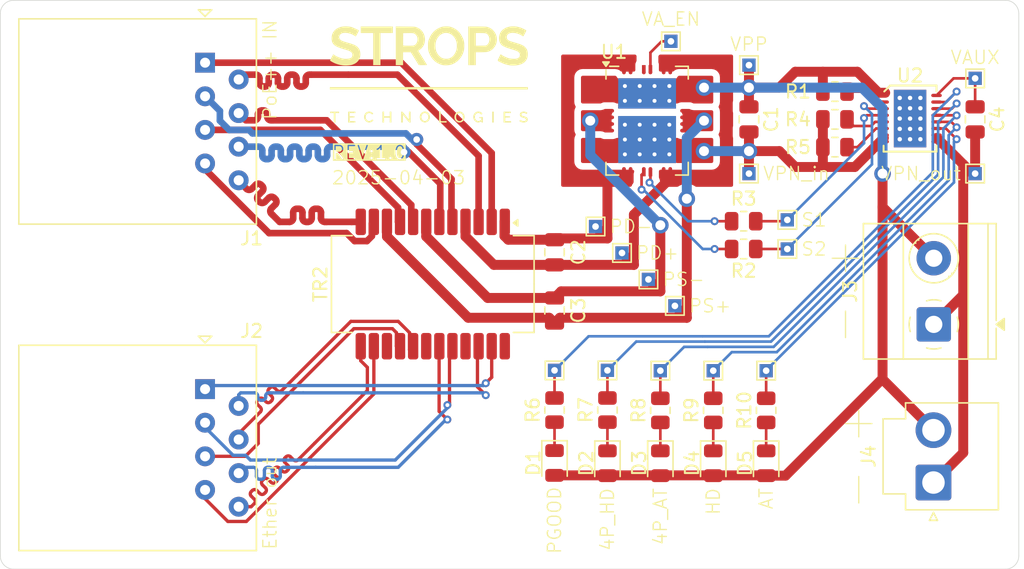
<source format=kicad_pcb>
(kicad_pcb (version 20241229) (generator "pcbnew") (generator_version "9.0")
  (layers (0 "F.Cu" signal) (2 "B.Cu" signal) (13 "F.Paste" user) (15 "B.Paste" user) (5 "F.SilkS" user "F.Silkscreen") (7 "B.SilkS" user "B.Silkscreen") (1 "F.Mask" user) (3 "B.Mask" user) (25 "Edge.Cuts" user))
  (net 0 "")
  (net 1 "/VPP")
  (net 2 "/PD+")
  (net 3 "/PD-")
  (net 4 "/PS+")
  (net 5 "/PS-")
  (net 6 "Net-(U2-VAUX)")
  (net 7 "Net-(D1-K)")
  (net 8 "Net-(D2-K)")
  (net 9 "Net-(D3-K)")
  (net 10 "Net-(D4-K)")
  (net 11 "Net-(D5-K)")
  (net 12 "Net-(U2-RDET)")
  (net 13 "/SUPP_S1")
  (net 14 "Net-(U1-SUPP_SA)")
  (net 15 "Net-(U1-SUPP_SB)")
  (net 16 "/SUPP_S2")
  (net 17 "Net-(U2-RREF)")
  (net 18 "Net-(U2-RCLS)")
  (net 19 "/PGOOD")
  (net 20 "/4P_HD")
  (net 21 "/4P_AT")
  (net 22 "/HD")
  (net 23 "/AT")
  (net 24 "/WA_EN")
  (net 31 "/VPN_out")
  (net 32 "/IN_DC-")
  (net 33 "/IN_DA+")
  (net 34 "/IN_DD-")
  (net 35 "/IN_DA-")
  (net 36 "/IN_DD+")
  (net 37 "/IN_DB-")
  (net 38 "/IN_DC+")
  (net 39 "/IN_DB+")
  (net 40 "/OUT_DA-")
  (net 41 "/OUT_DD-")
  (net 42 "/OUT_DB+")
  (net 43 "/OUT_DC+")
  (net 44 "/OUT_DC-")
  (net 45 "/OUT_DB-")
  (net 46 "/OUT_DD+")
  (net 47 "/OUT_DA+")
  (net 48 "/VPN_in")
  (footprint "Capacitor_SMD:C_0805_2012Metric" (layer "F.Cu") (at 116.6 59 -90)
    (property "Reference" "C1")
    (property "Value" "100nF, 100V")
  )
  (footprint "TestPoint:TestPoint_THTPad_1.0x1.0mm_Drill0.5mm" (layer "F.Cu") (at 105.9 77.9775 90)
    (property "Reference" "TP11" (hide yes))
    (property "Value" "4P_HD")
  )
  (footprint "Resistor_SMD:R_0805_2012Metric" (layer "F.Cu") (at 123.1 59 180)
    (property "Reference" "R4")
    (property "Value" "60K4, 1%")
  )
  (footprint "Connector_JST:JST_VH_B2P-VH-B_1x02_P3.96mm_Vertical" (layer "F.Cu") (at 130.55 86.4575 90)
    (property "Reference" "J4")
    (property "Value" "Conn_01x02_Pin")
  )
  (footprint "Transformer_SMD:Transformer_Ethernet_YDS_30F-51NL_SO-24_7.1x15.1mm" (layer "F.Cu") (at 92.695 71.45 -90)
    (property "Reference" "TR2")
    (property "Value" "30F-51NL")
  )
  (footprint "Resistor_SMD:R_0805_2012Metric" (layer "F.Cu") (at 105.9 80.9775 90)
    (property "Reference" "R7")
    (property "Value" "4K7, 0.5W")
  )
  (footprint "Capacitor_SMD:C_0805_2012Metric" (layer "F.Cu") (at 133.7 59 -90)
    (property "Reference" "C4")
    (property "Value" "1uF")
  )
  (footprint "LED_SMD:LED_0805_2012Metric" (layer "F.Cu") (at 109.9 85 -90)
    (property "Reference" "D3")
    (property "Value" "LED")
  )
  (footprint "TestPoint:TestPoint_THTPad_1.0x1.0mm_Drill0.5mm" (layer "F.Cu") (at 109.9 78 90)
    (property "Reference" "TP12" (hide yes))
    (property "Value" "4P_AT")
  )
  (footprint "Package_DFN_QFN:Microsemi_QFN-40-32-2EP_6x8mm_P0.5mm" (layer "F.Cu") (at 108.9 59.1)
    (property "Reference" "U1")
    (property "Value" "PD70224")
  )
  (footprint "Connector_RJ:RJ45_Amphenol_54602-x08_Horizontal" (layer "F.Cu") (at 75.48 54.715 -90)
    (property "Reference" "J1")
    (property "Value" "8P8C")
  )
  (footprint "LED_SMD:LED_0805_2012Metric" (layer "F.Cu") (at 113.9 85 -90)
    (property "Reference" "D4")
    (property "Value" "LED")
  )
  (footprint "Resistor_SMD:R_0805_2012Metric" (layer "F.Cu") (at 116.2 68.8 180)
    (property "Reference" "R2")
    (property "Value" "10K")
  )
  (footprint "LED_SMD:LED_0805_2012Metric" (layer "F.Cu") (at 105.9 85 -90)
    (property "Reference" "D2")
    (property "Value" "LED")
  )
  (footprint "TestPoint:TestPoint_THTPad_1.0x1.0mm_Drill0.5mm" (layer "F.Cu") (at 101.9 77.9775 90)
    (property "Reference" "TP10" (hide yes))
    (property "Value" "PGOOD")
  )
  (footprint "Connector_RJ:RJ45_Amphenol_54602-x08_Horizontal" (layer "F.Cu") (at 75.48 79.395 -90)
    (property "Reference" "J2")
    (property "Value" "8P8C")
  )
  (footprint "Resistor_SMD:R_0805_2012Metric" (layer "F.Cu") (at 116.2 66.7)
    (property "Reference" "R3")
    (property "Value" "10K")
  )
  (footprint "Resistor_SMD:R_0805_2012Metric" (layer "F.Cu") (at 109.9 81 90)
    (property "Reference" "R8")
    (property "Value" "4K7, 0.5W")
  )
  (footprint "Resistor_SMD:R_0805_2012Metric" (layer "F.Cu") (at 101.9 80.9775 90)
    (property "Reference" "R6")
    (property "Value" "4K7, 0.5W")
  )
  (footprint "TestPoint:TestPoint_THTPad_1.0x1.0mm_Drill0.5mm" (layer "F.Cu") (at 111 73.1)
    (property "Reference" "TP7" (hide yes))
    (property "Value" "PS+")
  )
  (footprint "TerminalBlock_Phoenix:TerminalBlock_Phoenix_MKDS-1,5-2_1x02_P5.00mm_Horizontal" (layer "F.Cu") (at 130.5725 74.5 90)
    (property "Reference" "J3")
    (property "Value" "Screw_Terminal_01x02")
  )
  (footprint "TestPoint:TestPoint_THTPad_1.0x1.0mm_Drill0.5mm" (layer "F.Cu") (at 133.7 55.9)
    (property "Reference" "TP3" (hide yes))
    (property "Value" "VAUX")
  )
  (footprint "TestPoint:TestPoint_THTPad_1.0x1.0mm_Drill0.5mm" (layer "F.Cu") (at 133.7 63.1)
    (property "Reference" "TP9" (hide yes))
    (property "Value" "VPN_out")
  )
  (footprint "LED_SMD:LED_0805_2012Metric" (layer "F.Cu") (at 117.9 85 -90)
    (property "Reference" "D5")
    (property "Value" "LED")
  )
  (footprint "TestPoint:TestPoint_THTPad_1.0x1.0mm_Drill0.5mm" (layer "F.Cu") (at 110.7 53.1)
    (property "Reference" "TP15" (hide yes))
    (property "Value" "WA_EN")
  )
  (footprint "LED_SMD:LED_0805_2012Metric" (layer "F.Cu") (at 101.9 84.9775 -90)
    (property "Reference" "D1")
    (property "Value" "LED")
  )
  (footprint "TestPoint:TestPoint_THTPad_1.0x1.0mm_Drill0.5mm" (layer "F.Cu") (at 107 69.1)
    (property "Reference" "TP5" (hide yes))
    (property "Value" "PD+")
  )
  (footprint "Resistor_SMD:R_0805_2012Metric" (layer "F.Cu") (at 123.1 61.1)
    (property "Reference" "R5")
    (property "Value" "30K9, 1%")
  )
  (footprint "Custom:PD70210" (layer "F.Cu") (at 128.78 58.94)
    (property "Reference" "U2")
    (property "Value" "PD70210A")
  )
  (footprint "Resistor_SMD:R_0805_2012Metric" (layer "F.Cu") (at 123.1 56.9)
    (property "Reference" "R1")
    (property "Value" "24K9, 1%")
  )
  (footprint "Capacitor_SMD:C_0805_2012Metric" (layer "F.Cu") (at 101.9 73.45 90)
    (property "Reference" "C3")
    (property "Value" "1nF, 100V")
  )
  (footprint "Capacitor_SMD:C_0805_2012Metric" (layer "F.Cu") (at 101.9 69.05 90)
    (property "Reference" "C2")
    (property "Value" "1nF, 100V")
  )
  (footprint "TestPoint:TestPoint_THTPad_1.0x1.0mm_Drill0.5mm" (layer "F.Cu") (at 119.5 66.6)
    (property "Reference" "TP16" (hide yes))
    (property "Value" "SUPP_S2")
  )
  (footprint "TestPoint:TestPoint_THTPad_1.0x1.0mm_Drill0.5mm" (layer "F.Cu") (at 119.5 68.8 180)
    (property "Reference" "TP8" (hide yes))
    (property "Value" "SUPP_S1")
  )
  (footprint "LOGO" (layer "F.Cu") (at 92.4 55.6)
    (property "Reference" "G***" (hide yes))
    (property "Value" "LOGO" (hide yes))
  )
  (footprint "TestPoint:TestPoint_THTPad_1.0x1.0mm_Drill0.5mm" (layer "F.Cu") (at 109 71.1)
    (property "Reference" "TP6" (hide yes))
    (property "Value" "PS-")
  )
  (footprint "TestPoint:TestPoint_THTPad_1.0x1.0mm_Drill0.5mm" (layer "F.Cu") (at 116.6 54.9)
    (property "Reference" "TP1" (hide yes))
    (property "Value" "VPP")
  )
  (footprint "TestPoint:TestPoint_THTPad_1.0x1.0mm_Drill0.5mm" (layer "F.Cu") (at 113.9 78 90)
    (property "Reference" "TP13" (hide yes))
    (property "Value" "HD")
  )
  (footprint "Resistor_SMD:R_0805_2012Metric" (layer "F.Cu") (at 117.9 81 90)
    (property "Reference" "R10")
    (property "Value" "4K7, 0.5W")
  )
  (footprint "TestPoint:TestPoint_THTPad_1.0x1.0mm_Drill0.5mm" (layer "F.Cu") (at 116.6 63.1 180)
    (property "Reference" "TP2" (hide yes))
    (property "Value" "VPN_in")
  )
  (footprint "Resistor_SMD:R_0805_2012Metric" (layer "F.Cu") (at 113.9 81 90)
    (property "Reference" "R9")
    (property "Value" "4K7, 0.5W")
  )
  (footprint "TestPoint:TestPoint_THTPad_1.0x1.0mm_Drill0.5mm" (layer "F.Cu") (at 117.9 78 90)
    (property "Reference" "TP14" (hide yes))
    (property "Value" "AT")
  )
  (footprint "TestPoint:TestPoint_THTPad_1.0x1.0mm_Drill0.5mm" (layer "F.Cu") (at 105 67.1)
    (property "Reference" "TP4" (hide yes))
    (property "Value" "PD-")
  )
  (gr_line (start 124.9 69.5) (end 122.9 69.5) (stroke (width 0.1)) (layer "F.SilkS"))
  (gr_line (start 125.9 82) (end 123.9 82) (stroke (width 0.1)) (layer "F.SilkS"))
  (gr_line (start 123.9 73.5) (end 123.9 75.5) (stroke (width 0.1)) (layer "F.SilkS"))
  (gr_line (start 124.9 81) (end 124.9 83) (stroke (width 0.1)) (layer "F.SilkS"))
  (gr_line (start 124.9 86) (end 124.9 88) (stroke (width 0.1)) (layer "F.SilkS"))
  (gr_line (start 123.9 68.5) (end 123.9 70.5) (stroke (width 0.1)) (layer "F.SilkS"))
  (gr_line (start 61 93) (end 136 93) (stroke (width 0.05)) (layer "Edge.Cuts"))
  (gr_line (start 137 51) (end 137 92) (stroke (width 0.05)) (layer "Edge.Cuts"))
  (gr_line (start 60 51) (end 60 92) (stroke (width 0.05)) (layer "Edge.Cuts"))
  (gr_arc (start 136 50) (mid 136.707107 50.292893) (end 137 51) (stroke (width 0.05)) (layer "Edge.Cuts"))
  (gr_arc (start 137 92) (mid 136.707107 92.707107) (end 136 93) (stroke (width 0.05)) (layer "Edge.Cuts"))
  (gr_arc (start 60 51) (mid 60.292893 50.292893) (end 61 50) (stroke (width 0.05)) (layer "Edge.Cuts"))
  (gr_arc (start 61 93) (mid 60.292893 92.707107) (end 60 92) (stroke (width 0.05)) (layer "Edge.Cuts"))
  (gr_line (start 61 50) (end 136 50) (stroke (width 0.05)) (layer "Edge.Cuts"))
  (gr_text "PoE++ IN" (at 79.8 51.4 90) (layer "F.SilkS") (effects (font (size 1 1) (thickness 0.1)) (justify right top)))
  (gr_text "S1" (at 120.5 66.6 0) (layer "F.SilkS") (effects (font (size 1 1) (thickness 0.1)) (justify left)))
  (gr_text "4P_AT" (at 109.9 86.8 90) (layer "F.SilkS") (effects (font (size 1 1) (thickness 0.1)) (justify right)))
  (gr_text "2025-04-03" (at 85 64 0) (layer "F.SilkS") (effects (font (size 1 1) (thickness 0.1)) (justify left bottom)))
  (gr_text "S2" (at 120.5 68.8 0) (layer "F.SilkS") (effects (font (size 1 1) (thickness 0.1)) (justify left)))
  (gr_text "PD+" (at 108 69.1 0) (layer "F.SilkS") (effects (font (size 1 1) (thickness 0.1)) (justify left)))
  (gr_text "PD-" (at 106 67.1 0) (layer "F.SilkS") (effects (font (size 1 1) (thickness 0.1)) (justify left)))
  (gr_text "VA_EN" (at 110.7 52 0) (layer "F.SilkS") (effects (font (size 1 1) (thickness 0.1)) (justify bottom)))
  (gr_text "AT" (at 117.9 86.8 90) (layer "F.SilkS") (effects (font (size 1 1) (thickness 0.1)) (justify right)))
  (gr_text "VAUX" (at 133.7 54.9 0) (layer "F.SilkS") (effects (font (size 1 1) (thickness 0.1)) (justify bottom)))
  (gr_text "PS-" (at 110 71.1 0) (layer "F.SilkS") (effects (font (size 1 1) (thickness 0.1)) (justify left)))
  (gr_text "PS+" (at 112 73.1 0) (layer "F.SilkS") (effects (font (size 1 1) (thickness 0.1)) (justify left)))
  (gr_text "HD" (at 113.9 86.8 90) (layer "F.SilkS") (effects (font (size 1 1) (thickness 0.1)) (justify right)))
  (gr_text "REV:1.0" (at 85 62.1 0) (layer "F.SilkS" knockout) (effects (font (size 1 1) (thickness 0.1)) (justify left bottom)))
  (gr_text "PGOOD" (at 101.9 86.7 90) (layer "F.SilkS") (effects (font (size 1 1) (thickness 0.1)) (justify right)))
  (gr_text "4P_HD" (at 105.9 86.8 90) (layer "F.SilkS") (effects (font (size 1 1) (thickness 0.1)) (justify right)))
  (gr_text "VPP" (at 116.6 53.9 0) (layer "F.SilkS") (effects (font (size 1 1) (thickness 0.1)) (justify bottom)))
  (gr_text "VPN_in" (at 117.6 63.1 0) (layer "F.SilkS") (effects (font (size 1 1) (thickness 0.1)) (justify left)))
  (gr_text "VPN_out" (at 132.7 63.1 0) (layer "F.SilkS") (effects (font (size 1 1) (thickness 0.1)) (justify right)))
  (gr_text "Ether out" (at 79.8 91.6 90) (layer "F.SilkS") (effects (font (size 1 1) (thickness 0.1)) (justify left top)))
  (segment (start 126.9 56.989) (end 126.389 56.989) (width 0.75) (layer "F.Cu") (net 1))
  (segment (start 101.9 85.915) (end 117.8775 85.915) (width 0.75) (layer "F.Cu") (net 1))
  (segment (start 130.5725 69.5) (end 126.7 65.6275) (width 0.75) (layer "F.Cu") (net 1))
  (segment (start 126.7 78.6475) (end 126.7 78.6) (width 0.75) (layer "F.Cu") (net 1))
  (segment (start 119.3625 85.9375) (end 126.7 78.6) (width 0.75) (layer "F.Cu") (net 1))
  (segment (start 117.9 85.9375) (end 119.3625 85.9375) (width 0.75) (layer "F.Cu") (net 1))
  (segment (start 117.8775 85.915) (end 117.9 85.9375) (width 0.75) (layer "F.Cu") (net 1))
  (segment (start 116.6 54.9) (end 116.6 56.6) (width 0.75) (layer "F.Cu") (net 1))
  (segment (start 120.1 55.4) (end 118.9 56.6) (width 0.75) (layer "F.Cu") (net 1))
  (segment (start 124.8 55.4) (end 120.1 55.4) (width 0.75) (layer "F.Cu") (net 1))
  (segment (start 118.9 56.6) (end 116.6 56.6) (width 0.75) (layer "F.Cu") (net 1))
  (segment (start 122.1875 56.9) (end 122.1875 55.4) (width 0.75) (layer "F.Cu") (net 1))
  (segment (start 116.6 56.6) (end 116.6 58.05) (width 0.75) (layer "F.Cu") (net 1))
  (segment (start 126.389 56.989) (end 124.8 55.4) (width 0.75) (layer "F.Cu") (net 1))
  (segment (start 126.7 63.1) (end 126.7 78.6) (width 0.75) (layer "F.Cu") (net 1))
  (segment (start 130.55 82.4975) (end 126.7 78.6475) (width 0.75) (layer "F.Cu") (net 1))
  (via (at 113.2 56.6) (size 1.25) (drill 0.75) (layers "F.Cu" "B.Cu") (net 1))
  (via (at 116.6 56.6) (size 1.25) (drill 0.75) (layers "F.Cu" "B.Cu") (net 1))
  (via (at 126.7 63.1) (size 1.25) (drill 0.75) (layers "F.Cu" "B.Cu") (net 1))
  (segment (start 126.7 63.1) (end 126.7 58.161148) (width 0.75) (layer "B.Cu") (net 1))
  (segment (start 116.6 56.6) (end 113.2 56.6) (width 0.75) (layer "B.Cu") (net 1))
  (segment (start 126.7 58.161148) (end 125.138852 56.6) (width 0.75) (layer "B.Cu") (net 1))
  (segment (start 125.138852 56.6) (end 116.6 56.6) (width 0.75) (layer "B.Cu") (net 1))
  (segment (start 107.9 66.2) (end 110.6 63.5) (width 0.75) (layer "F.Cu") (net 2))
  (segment (start 107.9 70) (end 107.9 66.2) (width 0.75) (layer "F.Cu") (net 2))
  (segment (start 97.314238 70) (end 101.9 70) (width 0.75) (layer "F.Cu") (net 2))
  (segment (start 95.17 67.855762) (end 97.314238 70) (width 0.75) (layer "F.Cu") (net 2))
  (segment (start 95.17 66.75) (end 95.17 67.855762) (width 0.75) (layer "F.Cu") (net 2))
  (segment (start 101.9 70) (end 107.9 70) (width 0.75) (layer "F.Cu") (net 2))
  (segment (start 107 69.1) (end 107.9 70) (width 0.75) (layer "F.Cu") (net 2))
  (segment (start 98.4 68.1) (end 101.9 68.1) (width 0.75) (layer "F.Cu") (net 3))
  (segment (start 98.116 66.774) (end 98.116 67.816) (width 0.75) (layer "F.Cu") (net 3))
  (segment (start 98.116 67.816) (end 98.4 68.1) (width 0.75) (layer "F.Cu") (net 3))
  (segment (start 105 67.1) (end 105.9 68) (width 0.75) (layer "F.Cu") (net 3))
  (segment (start 105.9 68) (end 105.9 63.4) (width 0.75) (layer "F.Cu") (net 3))
  (segment (start 102 68) (end 105.9 68) (width 0.75) (layer "F.Cu") (net 3))
  (segment (start 98.14 66.75) (end 98.116 66.774) (width 0.75) (layer "F.Cu") (net 3))
  (segment (start 101.9 68.1) (end 102 68) (width 0.75) (layer "F.Cu") (net 3))
  (segment (start 102.3 74) (end 111.9 74) (width 0.75) (layer "F.Cu") (net 4))
  (segment (start 95.374238 74) (end 101.5 74) (width 0.75) (layer "F.Cu") (net 4))
  (segment (start 89.23 67.855762) (end 95.374238 74) (width 0.75) (layer "F.Cu") (net 4))
  (segment (start 111.9 74) (end 111.9 65) (width 0.75) (layer "F.Cu") (net 4))
  (segment (start 111 73.1) (end 111.9 74) (width 0.75) (layer "F.Cu") (net 4))
  (segment (start 101.9 74.4) (end 102.3 74) (width 0.75) (layer "F.Cu") (net 4))
  (segment (start 101.5 74) (end 101.9 74.4) (width 0.75) (layer "F.Cu") (net 4))
  (segment (start 89.23 66.75) (end 89.23 67.855762) (width 0.75) (layer "F.Cu") (net 4))
  (via (at 113.2 59.1) (size 1.25) (drill 0.75) (layers "F.Cu" "B.Cu") (net 4))
  (via (at 111.9 65) (size 1.25) (drill 0.75) (layers "F.Cu" "B.Cu") (net 4))
  (segment (start 113.2 59.1) (end 111.9 60.4) (width 0.75) (layer "B.Cu") (net 4))
  (segment (start 111.9 60.4) (end 111.9 65) (width 0.75) (layer "B.Cu") (net 4))
  (segment (start 101.9 72.5) (end 102.4 72) (width 0.75) (layer "F.Cu") (net 5))
  (segment (start 96.844238 72.5) (end 101.9 72.5) (width 0.75) (layer "F.Cu") (net 5))
  (segment (start 92.2 67.855762) (end 96.844238 72.5) (width 0.75) (layer "F.Cu") (net 5))
  (segment (start 109 71.1) (end 109.9 72) (width 0.75) (layer "F.Cu") (net 5))
  (segment (start 109.9 72) (end 109.9 67) (width 0.75) (layer "F.Cu") (net 5))
  (segment (start 92.2 66.75) (end 92.2 67.855762) (width 0.75) (layer "F.Cu") (net 5))
  (segment (start 102.4 72) (end 109.9 72) (width 0.75) (layer "F.Cu") (net 5))
  (via (at 109.9 67) (size 1.25) (drill 0.75) (layers "F.Cu" "B.Cu") (net 5))
  (via (at 104.6 59.1) (size 1.25) (drill 0.75) (layers "F.Cu" "B.Cu") (net 5))
  (segment (start 104.6 59.1) (end 104.6 61.7) (width 0.75) (layer "B.Cu") (net 5))
  (segment (start 104.6 61.7) (end 109.9 67) (width 0.75) (layer "B.Cu") (net 5))
  (segment (start 130.78 57.19) (end 132.07 55.9) (width 0.2) (layer "F.Cu") (net 6))
  (segment (start 133.7 55.9) (end 133.7 58.05) (width 0.2) (layer "F.Cu") (net 6))
  (segment (start 132.07 55.9) (end 133.7 55.9) (width 0.2) (layer "F.Cu") (net 6))
  (segment (start 101.9 81.89) (end 101.9 84.04) (width 0.2) (layer "F.Cu") (net 7))
  (segment (start 105.9 81.89) (end 105.9 84.0625) (width 0.2) (layer "F.Cu") (net 8))
  (segment (start 109.9 81.9125) (end 109.9 84.0625) (width 0.2) (layer "F.Cu") (net 9))
  (segment (start 113.9 81.9125) (end 113.9 84.0625) (width 0.2) (layer "F.Cu") (net 10))
  (segment (start 117.9 81.9125) (end 117.9 84.0625) (width 0.2) (layer "F.Cu") (net 11))
  (segment (start 126.755 57.665) (end 126.78 57.69) (width 0.2) (layer "F.Cu") (net 12))
  (segment (start 124.0125 56.9) (end 125.343992 56.9) (width 0.2) (layer "F.Cu") (net 12))
  (segment (start 126.669008 57.665) (end 126.755 57.665) (width 0.2) (layer "F.Cu") (net 12))
  (segment (start 125.343992 56.9) (end 125.713 57.269008) (width 0.2) (layer "F.Cu") (net 12))
  (segment (start 126.108992 57.665) (end 126.669008 57.665) (width 0.2) (layer "F.Cu") (net 12))
  (segment (start 125.713 57.269008) (end 126.108992 57.665) (width 0.2) (layer "F.Cu") (net 12))
  (segment (start 125.49 58.19) (end 125.3 58) (width 0.2) (layer "F.Cu") (net 13))
  (segment (start 126.78 58.19) (end 125.49 58.19) (width 0.2) (layer "F.Cu") (net 13))
  (segment (start 117.1125 68.8) (end 119.5 68.8) (width 0.2) (layer "F.Cu") (net 13))
  (via (at 125.3 58) (size 0.6) (drill 0.3) (layers "F.Cu" "B.Cu") (net 13))
  (segment (start 125.9 62.4) (end 119.5 68.8) (width 0.2) (layer "B.Cu") (net 13))
  (segment (start 125.3 58) (end 125.9 58.6) (width 0.2) (layer "B.Cu") (net 13))
  (segment (start 125.9 58.6) (end 125.9 62.4) (width 0.2) (layer "B.Cu") (net 13))
  (segment (start 108.480281 64.30983) (end 108.484385 64.313934) (width 0.2) (layer "F.Cu") (net 14))
  (segment (start 114 68.8) (end 115.2875 68.8) (width 0.2) (layer "F.Cu") (net 14))
  (segment (start 108.480281 63.194719) (end 108.480281 64.30983) (width 0.2) (layer "F.Cu") (net 14))
  (segment (start 108.65 63.025) (end 108.480281 63.194719) (width 0.2) (layer "F.Cu") (net 14))
  (via (at 114 68.8) (size 0.6) (drill 0.3) (layers "F.Cu" "B.Cu") (net 14))
  (via (at 108.484385 64.313934) (size 0.6) (drill 0.3) (layers "F.Cu" "B.Cu") (net 14))
  (segment (start 114 68.8) (end 113.1 68.8) (width 0.2) (layer "B.Cu") (net 14))
  (segment (start 113.1 68.8) (end 108.613934 64.313934) (width 0.2) (layer "B.Cu") (net 14))
  (segment (start 108.613934 64.313934) (end 108.484385 64.313934) (width 0.2) (layer "B.Cu") (net 14))
  (segment (start 109.15 63.025) (end 109.15 63.712562) (width 0.2) (layer "F.Cu") (net 15))
  (segment (start 114 66.7) (end 115.2875 66.7) (width 0.2) (layer "F.Cu") (net 15))
  (segment (start 109.15 63.712562) (end 109.081281 63.781281) (width 0.2) (layer "F.Cu") (net 15))
  (via (at 109.081281 63.781281) (size 0.6) (drill 0.3) (layers "F.Cu" "B.Cu") (net 15))
  (via (at 114 66.7) (size 0.6) (drill 0.3) (layers "F.Cu" "B.Cu") (net 15))
  (segment (start 114 66.7) (end 112 66.7) (width 0.2) (layer "B.Cu") (net 15))
  (segment (start 112 66.7) (end 109.081281 63.781281) (width 0.2) (layer "B.Cu") (net 15))
  (segment (start 125.51 58.69) (end 125.3 58.9) (width 0.2) (layer "F.Cu") (net 16))
  (segment (start 126.78 58.69) (end 125.51 58.69) (width 0.2) (layer "F.Cu") (net 16))
  (segment (start 119.4 66.7) (end 119.5 66.6) (width 0.2) (layer "F.Cu") (net 16))
  (segment (start 117.1125 66.7) (end 119.4 66.7) (width 0.2) (layer "F.Cu") (net 16))
  (via (at 125.3 58.9) (size 0.6) (drill 0.3) (layers "F.Cu" "B.Cu") (net 16))
  (segment (start 125.3 60.8) (end 125.3 58.9) (width 0.2) (layer "B.Cu") (net 16))
  (segment (start 119.5 66.6) (end 125.3 60.8) (width 0.2) (layer "B.Cu") (net 16))
  (segment (start 125.8329 59.5) (end 126.1429 59.19) (width 0.2) (layer "F.Cu") (net 17))
  (segment (start 126.1429 59.19) (end 126.78 59.19) (width 0.2) (layer "F.Cu") (net 17))
  (segment (start 124.5125 59.5) (end 125.8329 59.5) (width 0.2) (layer "F.Cu") (net 17))
  (segment (start 124.0125 59) (end 124.5125 59.5) (width 0.2) (layer "F.Cu") (net 17))
  (segment (start 126.21 59.69) (end 126.78 59.69) (width 0.2) (layer "F.Cu") (net 18))
  (segment (start 124.8 61.1) (end 126.21 59.69) (width 0.2) (layer "F.Cu") (net 18))
  (segment (start 124.0125 61.1) (end 124.8 61.1) (width 0.2) (layer "F.Cu") (net 18))
  (segment (start 132.3 56.9) (end 131.51 57.69) (width 0.2) (layer "F.Cu") (net 19))
  (segment (start 101.9 77.9775) (end 101.9 80.065) (width 0.2) (layer "F.Cu") (net 19))
  (segment (start 131.51 57.69) (end 130.78 57.69) (width 0.2) (layer "F.Cu") (net 19))
  (via (at 132.3 56.9) (size 0.6) (drill 0.3) (layers "F.Cu" "B.Cu") (net 19))
  (segment (start 104.4775 75.4) (end 113.1 75.4) (width 0.2) (layer "B.Cu") (net 19))
  (segment (start 130.5 58.7) (end 132.3 56.9) (width 0.2) (layer "B.Cu") (net 19))
  (segment (start 113.1 75.4) (end 118.1 75.4) (width 0.2) (layer "B.Cu") (net 19))
  (segment (start 101.9 77.9775) (end 104.4775 75.4) (width 0.2) (layer "B.Cu") (net 19))
  (segment (start 130.5 63) (end 130.5 58.7) (width 0.2) (layer "B.Cu") (net 19))
  (segment (start 118.1 75.4) (end 130.5 63) (width 0.2) (layer "B.Cu") (net 19))
  (segment (start 132.3 57.831744) (end 132.3 57.8) (width 0.2) (layer "F.Cu") (net 20))
  (segment (start 130.78 58.19) (end 131.941744 58.19) (width 0.2) (layer "F.Cu") (net 20))
  (segment (start 131.941744 58.19) (end 132.3 57.831744) (width 0.2) (layer "F.Cu") (net 20))
  (segment (start 105.9 77.9775) (end 105.9 80.065) (width 0.2) (layer "F.Cu") (net 20))
  (via (at 132.3 57.8) (size 0.6) (drill 0.3) (layers "F.Cu" "B.Cu") (net 20))
  (segment (start 108.0775 75.8) (end 113.2671 75.8) (width 0.2) (layer "B.Cu") (net 20))
  (segment (start 105.9 77.9775) (end 108.0775 75.8) (width 0.2) (layer "B.Cu") (net 20))
  (segment (start 130.9 59.2) (end 132.3 57.8) (width 0.2) (layer "B.Cu") (net 20))
  (segment (start 130.9 63.1671) (end 130.9 59.2) (width 0.2) (layer "B.Cu") (net 20))
  (segment (start 113.2671 75.8) (end 118.2671 75.8) (width 0.2) (layer "B.Cu") (net 20))
  (segment (start 118.2671 75.8) (end 130.9 63.1671) (width 0.2) (layer "B.Cu") (net 20))
  (segment (start 132.29 58.69) (end 130.78 58.69) (width 0.2) (layer "F.Cu") (net 21))
  (segment (start 109.9 78) (end 109.9 80.0875) (width 0.2) (layer "F.Cu") (net 21))
  (segment (start 132.254525 58.7) (end 132.3 58.7) (width 0.2) (layer "F.Cu") (net 21))
  (segment (start 132.249414 58.705111) (end 132.254525 58.7) (width 0.2) (layer "F.Cu") (net 21))
  (segment (start 132.3 58.7) (end 132.29 58.69) (width 0.2) (layer "F.Cu") (net 21))
  (via (at 132.3 58.7) (size 0.6) (drill 0.3) (layers "F.Cu" "B.Cu") (net 21))
  (segment (start 131.3 59.7) (end 132.3 58.7) (width 0.2) (layer "B.Cu") (net 21))
  (segment (start 131.3 63.3342) (end 131.3 59.7) (width 0.2) (layer "B.Cu") (net 21))
  (segment (start 118.4671 76.2) (end 131.299 63.3681) (width 0.2) (layer "B.Cu") (net 21))
  (segment (start 113.4671 76.2) (end 118.4671 76.2) (width 0.2) (layer "B.Cu") (net 21))
  (segment (start 131.299 63.3681) (end 131.299 63.3352) (width 0.2) (layer "B.Cu") (net 21))
  (segment (start 109.9 78) (end 111.7 76.2) (width 0.2) (layer "B.Cu") (net 21))
  (segment (start 131.299 63.3352) (end 131.3 63.3342) (width 0.2) (layer "B.Cu") (net 21))
  (segment (start 111.7 76.2) (end 113.4671 76.2) (width 0.2) (layer "B.Cu") (net 21))
  (segment (start 132.3 59.593974) (end 132.3 59.6) (width 0.2) (layer "F.Cu") (net 22))
  (segment (start 131.896026 59.19) (end 132.3 59.593974) (width 0.2) (layer "F.Cu") (net 22))
  (segment (start 113.9 78) (end 113.9 80.0875) (width 0.2) (layer "F.Cu") (net 22))
  (segment (start 130.78 59.19) (end 131.896026 59.19) (width 0.2) (layer "F.Cu") (net 22))
  (via (at 132.3 59.6) (size 0.6) (drill 0.3) (layers "F.Cu" "B.Cu") (net 22))
  (segment (start 113.9 78) (end 115.3 76.6) (width 0.2) (layer "B.Cu") (net 22))
  (segment (start 115.3 76.6) (end 118.7 76.6) (width 0.2) (layer "B.Cu") (net 22))
  (segment (start 131.7 60.2) (end 132.3 59.6) (width 0.2) (layer "B.Cu") (net 22))
  (segment (start 131.7 63.6) (end 131.7 60.2) (width 0.2) (layer "B.Cu") (net 22))
  (segment (start 118.7 76.6) (end 131.7 63.6) (width 0.2) (layer "B.Cu") (net 22))
  (segment (start 117.9 78) (end 117.9 80.0875) (width 0.2) (layer "F.Cu") (net 23))
  (segment (start 132.3 60.5) (end 131.49 59.69) (width 0.2) (layer "F.Cu") (net 23))
  (segment (start 131.49 59.69) (end 130.78 59.69) (width 0.2) (layer "F.Cu") (net 23))
  (via (at 132.3 60.5) (size 0.6) (drill 0.3) (layers "F.Cu" "B.Cu") (net 23))
  (segment (start 117.9 77.9671) (end 132.1 63.7671) (width 0.2) (layer "B.Cu") (net 23))
  (segment (start 132.1 63.7671) (end 132.1 60.7) (width 0.2) (layer "B.Cu") (net 23))
  (segment (start 132.1 60.7) (end 132.3 60.5) (width 0.2) (layer "B.Cu") (net 23))
  (segment (start 109.15 53.95) (end 110 53.1) (width 0.2) (layer "F.Cu") (net 24))
  (segment (start 110 53.1) (end 110.7 53.1) (width 0.2) (layer "F.Cu") (net 24))
  (segment (start 109.15 55.175) (end 109.15 53.95) (width 0.2) (layer "F.Cu") (net 24))
  (segment (start 132.3 61.9) (end 130.8 60.4) (width 0.75) (layer "F.Cu") (net 31))
  (segment (start 132.3 61.9) (end 132.8 62.4) (width 0.75) (layer "F.Cu") (net 31))
  (segment (start 133.7 63.1) (end 133.5 63.1) (width 0.75) (layer "F.Cu") (net 31))
  (segment (start 133.7 59.95) (end 133.7 63.1) (width 0.75) (layer "F.Cu") (net 31))
  (segment (start 130.5725 74.5) (end 132.8 72.2725) (width 0.75) (layer "F.Cu") (net 31))
  (segment (start 132.8 84.2075) (end 130.55 86.4575) (width 0.75) (layer "F.Cu") (net 31))
  (segment (start 132.8 62.4) (end 132.8 84.2075) (width 0.75) (layer "F.Cu") (net 31))
  (segment (start 133.5 63.1) (end 132.8 62.4) (width 0.75) (layer "F.Cu") (net 31))
  (segment (start 75.48 59.795) (end 84.193986 59.795) (width 0.5) (layer "F.Cu") (net 32))
  (segment (start 84.193986 59.795) (end 90.071 65.672014) (width 0.5) (layer "F.Cu") (net 32))
  (segment (start 90.071 65.672014) (end 90.071 66.75) (width 0.5) (layer "F.Cu") (net 32))
  (segment (start 90.071 66.75) (end 90.22 66.75) (width 0.5) (layer "F.Cu") (net 32))
  (segment (start 97.15 61.548958) (end 97.15 66.75) (width 0.5) (layer "F.Cu") (net 33))
  (segment (start 75.48 54.715) (end 90.316042 54.715) (width 0.5) (layer "F.Cu") (net 33))
  (segment (start 90.316042 54.715) (end 97.15 61.548958) (width 0.5) (layer "F.Cu") (net 33))
  (segment (start 83.822082 65.758973) (end 83.962082 65.758973) (width 0.5) (layer "F.Cu") (net 34))
  (segment (start 82.142082 66.47) (end 82.142082 66.038973) (width 0.5) (layer "F.Cu") (net 34))
  (segment (start 78.09 63.66) (end 78.09 63.727918) (width 0.5) (layer "F.Cu") (net 34))
  (segment (start 84.662082 66.75) (end 86.559828 66.75) (width 0.5) (layer "F.Cu") (net 34))
  (segment (start 82.422082 65.758973) (end 82.562082 65.758973) (width 0.5) (layer "F.Cu") (net 34))
  (segment (start 79.501203 65.139122) (end 79.600199 65.238117) (width 0.5) (layer "F.Cu") (net 34))
  (segment (start 79.805952 64.438392) (end 79.501203 64.743142) (width 0.5) (layer "F.Cu") (net 34))
  (segment (start 84.242082 66.038973) (end 84.242082 66.47) (width 0.5) (layer "F.Cu") (net 34))
  (segment (start 84.522082 66.75) (end 84.662082 66.75) (width 0.5) (layer "F.Cu") (net 34))
  (segment (start 82.842082 66.038973) (end 82.842082 66.47) (width 0.5) (layer "F.Cu") (net 34))
  (segment (start 83.122082 66.75) (end 83.262082 66.75) (width 0.5) (layer "F.Cu") (net 34))
  (segment (start 80.696944 64.93333) (end 80.795938 65.032324) (width 0.5) (layer "F.Cu") (net 34))
  (segment (start 80.795938 65.428304) (end 80.491152 65.733091) (width 0.5) (layer "F.Cu") (net 34))
  (segment (start 81.112082 66.75) (end 81.862082 66.75) (width 0.5) (layer "F.Cu") (net 34))
  (segment (start 79.00623 64.248169) (end 79.310978 63.943418) (width 0.5) (layer "F.Cu") (net 34))
  (segment (start 79.706958 63.943418) (end 79.805952 64.042412) (width 0.5) (layer "F.Cu") (net 34))
  (segment (start 83.542082 66.47) (end 83.542082 66.038973) (width 0.5) (layer "F.Cu") (net 34))
  (segment (start 79.996179 65.238118) (end 80.300964 64.93333) (width 0.5) (layer "F.Cu") (net 34))
  (segment (start 78.09 63.727918) (end 78.61025 64.248168) (width 0.5) (layer "F.Cu") (net 34))
  (segment (start 86.559828 66.75) (end 87.23902 66.75) (width 0.5) (layer "F.Cu") (net 34))
  (segment (start 80.491152 66.129071) (end 80.590148 66.228066) (width 0.5) (layer "F.Cu") (net 34))
  (segment (start 80.590148 66.228066) (end 81.112082 66.75) (width 0.5) (layer "F.Cu") (net 34))
  (arc (start 80.300964 64.93333) (mid 80.498954 64.85132) (end 80.696944 64.93333) (width 0.5) (layer "F.Cu") (net 34))
  (arc (start 78.61025 64.248168) (mid 78.808241 64.330178) (end 79.00623 64.248169) (width 0.5) (layer "F.Cu") (net 34))
  (arc (start 80.795938 65.032324) (mid 80.877948 65.230314) (end 80.795938 65.428304) (width 0.5) (layer "F.Cu") (net 34))
  (arc (start 81.862082 66.75) (mid 82.060072 66.66799) (end 82.142082 66.47) (width 0.5) (layer "F.Cu") (net 34))
  (arc (start 79.600199 65.238117) (mid 79.79819 65.320127) (end 79.996179 65.238118) (width 0.5) (layer "F.Cu") (net 34))
  (arc (start 83.262082 66.75) (mid 83.460072 66.66799) (end 83.542082 66.47) (width 0.5) (layer "F.Cu") (net 34))
  (arc (start 83.962082 65.758973) (mid 84.160072 65.840983) (end 84.242082 66.038973) (width 0.5) (layer "F.Cu") (net 34))
  (arc (start 79.501203 64.743142) (mid 79.419193 64.941132) (end 79.501203 65.139122) (width 0.5) (layer "F.Cu") (net 34))
  (arc (start 82.842082 66.47) (mid 82.924092 66.66799) (end 83.122082 66.75) (width 0.5) (layer "F.Cu") (net 34))
  (arc (start 82.562082 65.758973) (mid 82.760072 65.840983) (end 82.842082 66.038973) (width 0.5) (layer "F.Cu") (net 34))
  (arc (start 82.142082 66.038973) (mid 82.224092 65.840983) (end 82.422082 65.758973) (width 0.5) (layer "F.Cu") (net 34))
  (arc (start 80.491152 65.733091) (mid 80.409142 65.931081) (end 80.491152 66.129071) (width 0.5) (layer "F.Cu") (net 34))
  (arc (start 79.310978 63.943418) (mid 79.508968 63.861408) (end 79.706958 63.943418) (width 0.5) (layer "F.Cu") (net 34))
  (arc (start 83.542082 66.038973) (mid 83.624092 65.840983) (end 83.822082 65.758973) (width 0.5) (layer "F.Cu") (net 34))
  (arc (start 84.242082 66.47) (mid 84.324092 66.66799) (end 84.522082 66.75) (width 0.5) (layer "F.Cu") (net 34))
  (arc (start 79.805952 64.042412) (mid 79.887962 64.240402) (end 79.805952 64.438392) (width 0.5) (layer "F.Cu") (net 34))
  (segment (start 83.371031 55.62) (end 83.511031 55.62) (width 0.5) (layer "F.Cu") (net 35))
  (segment (start 83.091031 56.236086) (end 83.091031 55.9) (width 0.5) (layer "F.Cu") (net 35))
  (segment (start 78.385 55.62) (end 79.311031 55.62) (width 0.5) (layer "F.Cu") (net 35))
  (segment (start 78.02 55.985) (end 78.385 55.62) (width 0.5) (layer "F.Cu") (net 35))
  (segment (start 80.291031 56.236086) (end 80.291031 55.9) (width 0.5) (layer "F.Cu") (net 35))
  (segment (start 81.971031 55.62) (end 82.111031 55.62) (width 0.5) (layer "F.Cu") (net 35))
  (segment (start 80.571031 55.62) (end 80.711031 55.62) (width 0.5) (layer "F.Cu") (net 35))
  (segment (start 79.591031 55.9) (end 79.591031 56.236086) (width 0.5) (layer "F.Cu") (net 35))
  (segment (start 86.312534 55.62) (end 90.018958 55.62) (width 0.5) (layer "F.Cu") (net 35))
  (segment (start 81.271031 56.516086) (end 81.411031 56.516086) (width 0.5) (layer "F.Cu") (net 35))
  (segment (start 96.16 61.761042) (end 96.16 66.75) (width 0.5) (layer "F.Cu") (net 35))
  (segment (start 90.018958 55.62) (end 96.16 61.761042) (width 0.5) (layer "F.Cu") (net 35))
  (segment (start 82.671031 56.516086) (end 82.811031 56.516086) (width 0.5) (layer "F.Cu") (net 35))
  (segment (start 81.691031 56.236086) (end 81.691031 55.9) (width 0.5) (layer "F.Cu") (net 35))
  (segment (start 82.391031 55.9) (end 82.391031 56.236086) (width 0.5) (layer "F.Cu") (net 35))
  (segment (start 80.991031 55.9) (end 80.991031 56.236086) (width 0.5) (layer "F.Cu") (net 35))
  (segment (start 83.511031 55.62) (end 86.312534 55.62) (width 0.5) (layer "F.Cu") (net 35))
  (segment (start 79.871031 56.516086) (end 80.011031 56.516086) (width 0.5) (layer "F.Cu") (net 35))
  (arc (start 82.111031 55.62) (mid 82.309021 55.70201) (end 82.391031 55.9) (width 0.5) (layer "F.Cu") (net 35))
  (arc (start 80.711031 55.62) (mid 80.909021 55.70201) (end 80.991031 55.9) (width 0.5) (layer "F.Cu") (net 35))
  (arc (start 80.991031 56.236086) (mid 81.073041 56.434076) (end 81.271031 56.516086) (width 0.5) (layer "F.Cu") (net 35))
  (arc (start 82.391031 56.236086) (mid 82.473041 56.434076) (end 82.671031 56.516086) (width 0.5) (layer "F.Cu") (net 35))
  (arc (start 80.291031 55.9) (mid 80.373041 55.70201) (end 80.571031 55.62) (width 0.5) (layer "F.Cu") (net 35))
  (arc (start 81.411031 56.516086) (mid 81.609021 56.434076) (end 81.691031 56.236086) (width 0.5) (layer "F.Cu") (net 35))
  (arc (start 83.091031 55.9) (mid 83.173041 55.70201) (end 83.371031 55.62) (width 0.5) (layer "F.Cu") (net 35))
  (arc (start 82.811031 56.516086) (mid 83.009021 56.434076) (end 83.091031 56.236086) (width 0.5) (layer "F.Cu") (net 35))
  (arc (start 80.011031 56.516086) (mid 80.209021 56.434076) (end 80.291031 56.236086) (width 0.5) (layer "F.Cu") (net 35))
  (arc (start 79.311031 55.62) (mid 79.509021 55.70201) (end 79.591031 55.9) (width 0.5) (layer "F.Cu") (net 35))
  (arc (start 79.591031 56.236086) (mid 79.673041 56.434076) (end 79.871031 56.516086) (width 0.5) (layer "F.Cu") (net 35))
  (arc (start 81.691031 55.9) (mid 81.773041 55.70201) (end 81.971031 55.62) (width 0.5) (layer "F.Cu") (net 35))
  (segment (start 88.091 66.899) (end 88.24 66.75) (width 0.5) (layer "F.Cu") (net 36))
  (segment (start 80.316529 67.6) (end 86.181014 67.6) (width 0.5) (layer "F.Cu") (net 36))
  (segment (start 87.717986 68.201) (end 88.091 67.827986) (width 0.5) (layer "F.Cu") (net 36))
  (segment (start 88.091 67.827986) (end 88.091 66.899) (width 0.5) (layer "F.Cu") (net 36))
  (segment (start 86.181014 67.6) (end 86.782014 68.201) (width 0.5) (layer "F.Cu") (net 36))
  (segment (start 75.48 62.763471) (end 80.316529 67.6) (width 0.5) (layer "F.Cu") (net 36))
  (segment (start 86.782014 68.201) (end 87.717986 68.201) (width 0.5) (layer "F.Cu") (net 36))
  (segment (start 75.48 62.335) (end 75.48 62.763471) (width 0.5) (layer "F.Cu") (net 36))
  (segment (start 93.26 63.861041) (end 93.26 66.68) (width 0.5) (layer "F.Cu") (net 37))
  (segment (start 90.522703 61.477297) (end 90.876256 61.477297) (width 0.5) (layer "F.Cu") (net 37))
  (segment (start 93.26 66.68) (end 93.19 66.75) (width 0.5) (layer "F.Cu") (net 37))
  (segment (start 90.876256 61.477297) (end 93.26 63.861041) (width 0.5) (layer "F.Cu") (net 37))
  (via (at 90.522703 61.477297) (size 1) (drill 0.5) (layers "F.Cu" "B.Cu") (net 37))
  (segment (start 82.607413 61.345) (end 82.607413 61.720652) (width 0.5) (layer "B.Cu") (net 37))
  (segment (start 83.307413 61.720652) (end 83.307413 61.345) (width 0.5) (layer "B.Cu") (net 37))
  (segment (start 84.987413 61.065) (end 85.127413 61.065) (width 0.5) (layer "B.Cu") (net 37))
  (segment (start 82.887413 62.000652) (end 83.027413 62.000652) (width 0.5) (layer "B.Cu") (net 37))
  (segment (start 82.187413 61.065) (end 82.327413 61.065) (width 0.5) (layer "B.Cu") (net 37))
  (segment (start 90.463959 61.065) (end 90.522703 61.123744) (width 0.5) (layer "B.Cu") (net 37))
  (segment (start 78.09 61.12) (end 78.145 61.065) (width 0.5) (layer "B.Cu") (net 37))
  (segment (start 84.007413 61.345) (end 84.007413 61.720652) (width 0.5) (layer "B.Cu") (net 37))
  (segment (start 80.507413 61.720668) (end 80.507413 61.345) (width 0.5) (layer "B.Cu") (net 37))
  (segment (start 87.178062 61.065) (end 90.463959 61.065) (width 0.5) (layer "B.Cu") (net 37))
  (segment (start 84.287413 62.000652) (end 84.427413 62.000652) (width 0.5) (layer "B.Cu") (net 37))
  (segment (start 83.587413 61.065) (end 83.727413 61.065) (width 0.5) (layer "B.Cu") (net 37))
  (segment (start 81.487413 62.000652) (end 81.627413 62.000652) (width 0.5) (layer "B.Cu") (net 37))
  (segment (start 81.207413 61.345) (end 81.207413 61.720652) (width 0.5) (layer "B.Cu") (net 37))
  (segment (start 80.087413 62.000668) (end 80.227413 62.000668) (width 0.5) (layer "B.Cu") (net 37))
  (segment (start 80.787413 61.065) (end 80.927413 61.065) (width 0.5) (layer "B.Cu") (net 37))
  (segment (start 84.707413 61.720652) (end 84.707413 61.345) (width 0.5) (layer "B.Cu") (net 37))
  (segment (start 79.807413 61.345) (end 79.807413 61.720668) (width 0.5) (layer "B.Cu") (net 37))
  (segment (start 85.127413 61.065) (end 87.178062 61.065) (width 0.5) (layer "B.Cu") (net 37))
  (segment (start 81.907413 61.720652) (end 81.907413 61.345) (width 0.5) (layer "B.Cu") (net 37))
  (segment (start 90.522703 61.123744) (end 90.522703 61.477297) (width 0.5) (layer "B.Cu") (net 37))
  (segment (start 78.145 61.065) (end 79.527413 61.065) (width 0.5) (layer "B.Cu") (net 37))
  (arc (start 79.807413 61.720668) (mid 79.889423 61.918658) (end 80.087413 62.000668) (width 0.5) (layer "B.Cu") (net 37))
  (arc (start 81.627413 62.000652) (mid 81.825403 61.918642) (end 81.907413 61.720652) (width 0.5) (layer "B.Cu") (net 37))
  (arc (start 83.727413 61.065) (mid 83.925403 61.14701) (end 84.007413 61.345) (width 0.5) (layer "B.Cu") (net 37))
  (arc (start 84.707413 61.345) (mid 84.789423 61.14701) (end 84.987413 61.065) (width 0.5) (layer "B.Cu") (net 37))
  (arc (start 82.327413 61.065) (mid 82.525403 61.14701) (end 82.607413 61.345) (width 0.5) (layer "B.Cu") (net 37))
  (arc (start 81.907413 61.345) (mid 81.989423 61.14701) (end 82.187413 61.065) (width 0.5) (layer "B.Cu") (net 37))
  (arc (start 84.007413 61.720652) (mid 84.089423 61.918642) (end 84.287413 62.000652) (width 0.5) (layer "B.Cu") (net 37))
  (arc (start 79.527413 61.065) (mid 79.725403 61.14701) (end 79.807413 61.345) (width 0.5) (layer "B.Cu") (net 37))
  (arc (start 81.207413 61.720652) (mid 81.289423 61.918642) (end 81.487413 62.000652) (width 0.5) (layer "B.Cu") (net 37))
  (arc (start 83.307413 61.345) (mid 83.389423 61.14701) (end 83.587413 61.065) (width 0.5) (layer "B.Cu") (net 37))
  (arc (start 84.427413 62.000652) (mid 84.625403 61.918642) (end 84.707413 61.720652) (width 0.5) (layer "B.Cu") (net 37))
  (arc (start 80.927413 61.065) (mid 81.125403 61.14701) (end 81.207413 61.345) (width 0.5) (layer "B.Cu") (net 37))
  (arc (start 83.027413 62.000652) (mid 83.225403 61.918642) (end 83.307413 61.720652) (width 0.5) (layer "B.Cu") (net 37))
  (arc (start 80.227413 62.000668) (mid 80.425403 61.918658) (end 80.507413 61.720668) (width 0.5) (layer "B.Cu") (net 37))
  (arc (start 80.507413 61.345) (mid 80.589423 61.14701) (end 80.787413 61.065) (width 0.5) (layer "B.Cu") (net 37))
  (arc (start 82.607413 61.720652) (mid 82.689423 61.918642) (end 82.887413 62.000652) (width 0.5) (layer "B.Cu") (net 37))
  (segment (start 79.76284 58.330452) (end 79.90284 58.330452) (width 0.5) (layer "F.Cu") (net 38))
  (segment (start 78.09 58.595) (end 78.09 58.525) (width 0.5) (layer "F.Cu") (net 38))
  (segment (start 78.09 58.595) (end 78.56402 59.06902) (width 0.5) (layer "F.Cu") (net 38))
  (segment (start 91.06998 66.60998) (end 91.21 66.75) (width 0.5) (layer "F.Cu") (net 38))
  (segment (start 80.60284 59.06902) (end 84.195082 59.06902) (width 0.5) (layer "F.Cu") (net 38))
  (segment (start 84.195082 59.06902) (end 84.670059 59.06902) (width 0.5) (layer "F.Cu") (net 38))
  (segment (start 80.18284 58.610452) (end 80.18284 58.78902) (width 0.5) (layer "F.Cu") (net 38))
  (segment (start 80.46284 59.06902) (end 80.60284 59.06902) (width 0.5) (layer "F.Cu") (net 38))
  (segment (start 79.48284 58.78902) (end 79.48284 58.610452) (width 0.5) (layer "F.Cu") (net 38))
  (segment (start 91.06998 65.468941) (end 91.06998 66.60998) (width 0.5) (layer "F.Cu") (net 38))
  (segment (start 78.02 58.525) (end 78.09 58.595) (width 0.5) (layer "F.Cu") (net 38))
  (segment (start 84.670059 59.06902) (end 91.06998 65.468941) (width 0.5) (layer "F.Cu") (net 38))
  (segment (start 78.56402 59.06902) (end 79.20284 59.06902) (width 0.5) (layer "F.Cu") (net 38))
  (arc (start 79.48284 58.610452) (mid 79.56485 58.412462) (end 79.76284 58.330452) (width 0.5) (layer "F.Cu") (net 38))
  (arc (start 80.18284 58.78902) (mid 80.26485 58.98701) (end 80.46284 59.06902) (width 0.5) (layer "F.Cu") (net 38))
  (arc (start 79.90284 58.330452) (mid 80.10083 58.412462) (end 80.18284 58.610452) (width 0.5) (layer "F.Cu") (net 38))
  (arc (start 79.20284 59.06902) (mid 79.40083 58.98701) (end 79.48284 58.78902) (width 0.5) (layer "F.Cu") (net 38))
  (segment (start 91.477297 60.522703) (end 91.477297 60.876256) (width 0.5) (layer "F.Cu") (net 39))
  (segment (start 94.11 66.68) (end 94.18 66.75) (width 0.5) (layer "F.Cu") (net 39))
  (segment (start 91.477297 60.876256) (end 94.11 63.508959) (width 0.5) (layer "F.Cu") (net 39))
  (segment (start 94.11 63.508959) (end 94.11 66.68) (width 0.5) (layer "F.Cu") (net 39))
  (via (at 91.477297 60.522703) (size 1) (drill 0.5) (layers "F.Cu" "B.Cu") (net 39))
  (segment (start 76.6 59.1) (end 77.3 59.8) (width 0.5) (layer "B.Cu") (net 39))
  (segment (start 79.06 60.06) (end 90.661041 60.06) (width 0.5) (layer "B.Cu") (net 39))
  (segment (start 77.3 59.8) (end 78.8 59.8) (width 0.5) (layer "B.Cu") (net 39))
  (segment (start 78.8 59.8) (end 79.06 60.06) (width 0.5) (layer "B.Cu") (net 39))
  (segment (start 91.123744 60.522703) (end 91.477297 60.522703) (width 0.5) (layer "B.Cu") (net 39))
  (segment (start 76.6 58.36) (end 76.6 59.1) (width 0.5) (layer "B.Cu") (net 39))
  (segment (start 75.55 57.31) (end 76.6 58.36) (width 0.5) (layer "B.Cu") (net 39))
  (segment (start 90.661041 60.06) (end 91.123744 60.522703) (width 0.5) (layer "B.Cu") (net 39))
  (segment (start 96.074 76.236) (end 96.074 79.209298) (width 0.25) (layer "F.Cu") (net 40))
  (segment (start 96.081351 79.216649) (end 96.074 79.224) (width 0.25) (layer "F.Cu") (net 40))
  (segment (start 96.074 79.209298) (end 96.081351 79.216649) (width 0.25) (layer "F.Cu") (net 40))
  (segment (start 96.074 79.224) (end 96.7 79.85) (width 0.25) (layer "F.Cu") (net 40))
  (segment (start 96.16 76.15) (end 96.074 76.236) (width 0.25) (layer "F.Cu") (net 40))
  (via (at 96.7 79.85) (size 0.6) (drill 0.3) (layers "F.Cu" "B.Cu") (net 40))
  (segment (start 78.02 79.826409) (end 78.171409 79.675) (width 0.25) (layer "B.Cu") (net 40))
  (segment (start 78.02 80.665) (end 78.02 79.826409) (width 0.25) (layer "B.Cu") (net 40))
  (segment (start 96.525 79.675) (end 96.7 79.85) (width 0.25) (layer "B.Cu") (net 40))
  (segment (start 80.058392 79.99257) (end 80.058392 79.915) (width 0.25) (layer "B.Cu") (net 40))
  (segment (start 78.171409 79.675) (end 79.218392 79.675) (width 0.25) (layer "B.Cu") (net 40))
  (segment (start 79.698392 80.23257) (end 79.818392 80.23257) (width 0.25) (layer "B.Cu") (net 40))
  (segment (start 79.458392 79.915) (end 79.458392 79.99257) (width 0.25) (layer "B.Cu") (net 40))
  (segment (start 82.896885 79.675) (end 96.525 79.675) (width 0.25) (layer "B.Cu") (net 40))
  (segment (start 80.418392 79.675) (end 82.896885 79.675) (width 0.25) (layer "B.Cu") (net 40))
  (segment (start 80.298392 79.675) (end 80.418392 79.675) (width 0.25) (layer "B.Cu") (net 40))
  (arc (start 80.058392 79.915) (mid 80.128686 79.745294) (end 80.298392 79.675) (width 0.25) (layer "B.Cu") (net 40))
  (arc (start 79.818392 80.23257) (mid 79.988098 80.162276) (end 80.058392 79.99257) (width 0.25) (layer "B.Cu") (net 40))
  (arc (start 79.458392 79.99257) (mid 79.528686 80.162276) (end 79.698392 80.23257) (width 0.25) (layer "B.Cu") (net 40))
  (arc (start 79.218392 79.675) (mid 79.388098 79.745294) (end 79.458392 79.915) (width 0.25) (layer "B.Cu") (net 40))
  (segment (start 80.241663 86.210487) (end 80.470884 86.439708) (width 0.25) (layer "F.Cu") (net 41))
  (segment (start 83.773021 83.476979) (end 87.75 79.5) (width 0.25) (layer "F.Cu") (net 41))
  (segment (start 80.895149 86.01544) (end 80.665896 85.786187) (width 0.25) (layer "F.Cu") (net 41))
  (segment (start 79.817398 86.29534) (end 79.902253 86.210486) (width 0.25) (layer "F.Cu") (net 41))
  (segment (start 82.592208 84.657793) (end 83.773021 83.476979) (width 0.25) (layer "F.Cu") (net 41))
  (segment (start 81.938674 84.513378) (end 82.167944 84.742648) (width 0.25) (layer "F.Cu") (net 41))
  (segment (start 80.665895 85.446777) (end 80.75075 85.361923) (width 0.25) (layer "F.Cu") (net 41))
  (segment (start 80.046618 87.203383) (end 80.046618 87.203382) (width 0.25) (layer "F.Cu") (net 41))
  (segment (start 87.75 79.5) (end 87.75 77.75) (width 0.25) (layer "F.Cu") (net 41))
  (segment (start 80.810296 86.439707) (end 80.895148 86.354853) (width 0.25) (layer "F.Cu") (net 41))
  (segment (start 79.198089 87.7125) (end 78.968845 87.483256) (width 0.25) (layer "F.Cu") (net 41))
  (segment (start 87.75 77.75) (end 87.25 77.25) (width 0.25) (layer "F.Cu") (net 41))
  (segment (start 80.046619 86.86397) (end 79.817399 86.63475) (width 0.25) (layer "F.Cu") (net 41))
  (segment (start 82.507356 84.742647) (end 82.592208 84.657793) (width 0.25) (layer "F.Cu") (net 41))
  (segment (start 81.514409 84.598231) (end 81.599264 84.513377) (width 0.25) (layer "F.Cu") (net 41))
  (segment (start 81.658826 85.591177) (end 81.743678 85.506323) (width 0.25) (layer "F.Cu") (net 41))
  (segment (start 81.743679 85.16691) (end 81.51441 84.937641) (width 0.25) (layer "F.Cu") (net 41))
  (segment (start 78.965 88.285) (end 79.198088 88.051912) (width 0.25) (layer "F.Cu") (net 41))
  (segment (start 81.743678 85.506323) (end 81.743678 85.506322) (width 0.25) (layer "F.Cu") (net 41))
  (segment (start 78.968844 87.143846) (end 79.053699 87.058992) (width 0.25) (layer "F.Cu") (net 41))
  (segment (start 78.02 88.285) (end 78.965 88.285) (width 0.25) (layer "F.Cu") (net 41))
  (segment (start 79.961766 87.288237) (end 80.046618 87.203383) (width 0.25) (layer "F.Cu") (net 41))
  (segment (start 79.393109 87.058993) (end 79.622354 87.288238) (width 0.25) (layer "F.Cu") (net 41))
  (segment (start 81.09016 85.361924) (end 81.319414 85.591178) (width 0.25) (layer "F.Cu") (net 41))
  (segment (start 80.895148 86.354853) (end 80.895148 86.354852) (width 0.25) (layer "F.Cu") (net 41))
  (segment (start 87.25 77.25) (end 87.25 76.15) (width 0.25) (layer "F.Cu") (net 41))
  (arc (start 81.599264 84.513377) (mid 81.768969 84.443083) (end 81.938674 84.513378) (width 0.25) (layer "F.Cu") (net 41))
  (arc (start 81.319414 85.591178) (mid 81.489119 85.661473) (end 81.658826 85.591177) (width 0.25) (layer "F.Cu") (net 41))
  (arc (start 80.470884 86.439708) (mid 80.640589 86.510003) (end 80.810296 86.439707) (width 0.25) (layer "F.Cu") (net 41))
  (arc (start 80.665896 85.786187) (mid 80.595602 85.616481) (end 80.665895 85.446777) (width 0.25) (layer "F.Cu") (net 41))
  (arc (start 81.51441 84.937641) (mid 81.444116 84.767935) (end 81.514409 84.598231) (width 0.25) (layer "F.Cu") (net 41))
  (arc (start 82.167944 84.742648) (mid 82.337649 84.812943) (end 82.507356 84.742647) (width 0.25) (layer "F.Cu") (net 41))
  (arc (start 80.75075 85.361923) (mid 80.920455 85.291629) (end 81.09016 85.361924) (width 0.25) (layer "F.Cu") (net 41))
  (arc (start 81.743678 85.506322) (mid 81.813973 85.336616) (end 81.743679 85.16691) (width 0.25) (layer "F.Cu") (net 41))
  (arc (start 79.817399 86.63475) (mid 79.747105 86.465044) (end 79.817398 86.29534) (width 0.25) (layer "F.Cu") (net 41))
  (arc (start 79.622354 87.288238) (mid 79.792059 87.358533) (end 79.961766 87.288237) (width 0.25) (layer "F.Cu") (net 41))
  (arc (start 79.198088 88.051912) (mid 79.268383 87.882206) (end 79.198089 87.7125) (width 0.25) (layer "F.Cu") (net 41))
  (arc (start 80.046618 87.203382) (mid 80.116913 87.033676) (end 80.046619 86.86397) (width 0.25) (layer "F.Cu") (net 41))
  (arc (start 78.968845 87.483256) (mid 78.898551 87.31355) (end 78.968844 87.143846) (width 0.25) (layer "F.Cu") (net 41))
  (arc (start 79.902253 86.210486) (mid 80.071958 86.140192) (end 80.241663 86.210487) (width 0.25) (layer "F.Cu") (net 41))
  (arc (start 80.895148 86.354852) (mid 80.965443 86.185146) (end 80.895149 86.01544) (width 0.25) (layer "F.Cu") (net 41))
  (arc (start 79.053699 87.058992) (mid 79.223404 86.988698) (end 79.393109 87.058993) (width 0.25) (layer "F.Cu") (net 41))
  (segment (start 94.18 76.15) (end 93.96 76.37) (width 0.25) (layer "F.Cu") (net 42))
  (segment (start 93.96 80.44) (end 93.8 80.6) (width 0.25) (layer "F.Cu") (net 42))
  (segment (start 93.96 76.37) (end 93.96 80.44) (width 0.25) (layer "F.Cu") (net 42))
  (via (at 93.8 80.6) (size 0.6) (drill 0.3) (layers "F.Cu" "B.Cu") (net 42))
  (segment (start 78.547097 84.4) (end 77.6 84.4) (width 0.25) (layer "B.Cu") (net 42))
  (segment (start 75.48 82.28) (end 75.48 81.935) (width 0.25) (layer "B.Cu") (net 42))
  (segment (start 78.904597 84.7575) (end 78.547097 84.4) (width 0.25) (layer "B.Cu") (net 42))
  (segment (start 93.8 80.6) (end 93.781802 80.618198) (width 0.25) (layer "B.Cu") (net 42))
  (segment (start 77.6 84.4) (end 75.48 82.28) (width 0.25) (layer "B.Cu") (net 42))
  (segment (start 93.781802 80.829289) (end 89.853591 84.7575) (width 0.25) (layer "B.Cu") (net 42))
  (segment (start 89.853591 84.7575) (end 78.904597 84.7575) (width 0.25) (layer "B.Cu") (net 42))
  (segment (start 93.781802 80.618198) (end 93.781802 80.829289) (width 0.25) (layer "B.Cu") (net 42))
  (segment (start 81.274633 79.500688) (end 81.359485 79.415834) (width 0.25) (layer "F.Cu") (net 43))
  (segment (start 78.02 82.755318) (end 79.662425 81.112893) (width 0.25) (layer "F.Cu") (net 43))
  (segment (start 79.455668 80.227314) (end 79.540523 80.14246) (width 0.25) (layer "F.Cu") (net 43))
  (segment (start 80.728512 79.29398) (end 80.935221 79.500689) (width 0.25) (layer "F.Cu") (net 43))
  (segment (start 79.662426 80.773481) (end 79.455669 80.566724) (width 0.25) (layer "F.Cu") (net 43))
  (segment (start 79.879933 80.142461) (end 80.086691 80.349219) (width 0.25) (layer "F.Cu") (net 43))
  (segment (start 80.426103 80.349218) (end 80.510955 80.264364) (width 0.25) (layer "F.Cu") (net 43))
  (segment (start 80.510955 80.264364) (end 80.510955 80.264363) (width 0.25) (layer "F.Cu") (net 43))
  (segment (start 86.501298 74.27402) (end 90.086228 74.27402) (width 0.25) (layer "F.Cu") (net 43))
  (segment (start 82.390384 78.384934) (end 86.501298 74.27402) (width 0.25) (layer "F.Cu") (net 43))
  (segment (start 90.936 76.424) (end 91.21 76.15) (width 0.25) (layer "F.Cu") (net 43))
  (segment (start 80.510956 79.924951) (end 80.304248 79.718243) (width 0.25) (layer "F.Cu") (net 43))
  (segment (start 81.359485 79.415834) (end 82.390384 78.384934) (width 0.25) (layer "F.Cu") (net 43))
  (segment (start 80.304247 79.378833) (end 80.389102 79.293979) (width 0.25) (layer "F.Cu") (net 43))
  (segment (start 90.086228 74.27402) (end 90.936 75.123792) (width 0.25) (layer "F.Cu") (net 43))
  (segment (start 78.02 83.205) (end 78.02 82.755318) (width 0.25) (layer "F.Cu") (net 43))
  (segment (start 90.936 75.123792) (end 90.936 76.424) (width 0.25) (layer "F.Cu") (net 43))
  (arc (start 80.935221 79.500689) (mid 81.104926 79.570984) (end 81.274633 79.500688) (width 0.25) (layer "F.Cu") (net 43))
  (arc (start 79.540523 80.14246) (mid 79.710228 80.072166) (end 79.879933 80.142461) (width 0.25) (layer "F.Cu") (net 43))
  (arc (start 80.389102 79.293979) (mid 80.558807 79.223685) (end 80.728512 79.29398) (width 0.25) (layer "F.Cu") (net 43))
  (arc (start 79.662425 81.112893) (mid 79.73272 80.943187) (end 79.662426 80.773481) (width 0.25) (layer "F.Cu") (net 43))
  (arc (start 80.510955 80.264363) (mid 80.58125 80.094657) (end 80.510956 79.924951) (width 0.25) (layer "F.Cu") (net 43))
  (arc (start 80.086691 80.349219) (mid 80.256396 80.419514) (end 80.426103 80.349218) (width 0.25) (layer "F.Cu") (net 43))
  (arc (start 80.304248 79.718243) (mid 80.233954 79.548537) (end 80.304247 79.378833) (width 0.25) (layer "F.Cu") (net 43))
  (arc (start 79.455669 80.566724) (mid 79.385375 80.397018) (end 79.455668 80.227314) (width 0.25) (layer "F.Cu") (net 43))
  (segment (start 78.525 84.475) (end 75.48 84.475) (width 0.25) (layer "F.Cu") (net 44))
  (segment (start 89.646208 74.824) (end 86.729108 74.824) (width 0.25) (layer "F.Cu") (net 44))
  (segment (start 89.946 75.123792) (end 89.646208 74.824) (width 0.25) (layer "F.Cu") (net 44))
  (segment (start 90.22 76.15) (end 89.946 76.15) (width 0.25) (layer "F.Cu") (net 44))
  (segment (start 89.946 76.15) (end 89.946 75.123792) (width 0.25) (layer "F.Cu") (net 44))
  (segment (start 79.5 83.5) (end 78.525 84.475) (width 0.25) (layer "F.Cu") (net 44))
  (segment (start 79.5 82.053108) (end 79.5 83.5) (width 0.25) (layer "F.Cu") (net 44))
  (segment (start 86.729108 74.824) (end 79.5 82.053108) (width 0.25) (layer "F.Cu") (net 44))
  (segment (start 93.174 76.166) (end 93.174 81.074002) (width 0.25) (layer "F.Cu") (net 45))
  (segment (start 93.174 81.074002) (end 93.797487 81.697489) (width 0.25) (layer "F.Cu") (net 45))
  (segment (start 93.19 76.15) (end 93.174 76.166) (width 0.25) (layer "F.Cu") (net 45))
  (via (at 93.797487 81.697489) (size 0.6) (drill 0.3) (layers "F.Cu" "B.Cu") (net 45))
  (segment (start 78.02 85.745) (end 78.0625 85.745) (width 0.25) (layer "B.Cu") (net 45))
  (segment (start 81.165657 85.972673) (end 81.165657 85.5475) (width 0.25) (layer "B.Cu") (net 45))
  (segment (start 78.5 85.3075) (end 79.125657 85.3075) (width 0.25) (layer "B.Cu") (net 45))
  (segment (start 81.405657 85.3075) (end 81.525657 85.3075) (width 0.25) (layer "B.Cu") (net 45))
  (segment (start 79.965657 85.972673) (end 79.965657 85.5475) (width 0.25) (layer "B.Cu") (net 45))
  (segment (start 78.0625 85.745) (end 78.5 85.3075) (width 0.25) (layer "B.Cu") (net 45))
  (segment (start 93.69142 81.697489) (end 93.797487 81.697489) (width 0.25) (layer "B.Cu") (net 45))
  (segment (start 90.081409 85.3075) (end 93.69142 81.697489) (width 0.25) (layer "B.Cu") (net 45))
  (segment (start 79.365657 85.5475) (end 79.365657 85.972673) (width 0.25) (layer "B.Cu") (net 45))
  (segment (start 83.839693 85.3075) (end 90.081409 85.3075) (width 0.25) (layer "B.Cu") (net 45))
  (segment (start 80.805657 86.212673) (end 80.925657 86.212673) (width 0.25) (layer "B.Cu") (net 45))
  (segment (start 81.525657 85.3075) (end 83.839693 85.3075) (width 0.25) (layer "B.Cu") (net 45))
  (segment (start 79.605657 86.212673) (end 79.725657 86.212673) (width 0.25) (layer "B.Cu") (net 45))
  (segment (start 80.205657 85.3075) (end 80.325657 85.3075) (width 0.25) (layer "B.Cu") (net 45))
  (segment (start 80.565657 85.5475) (end 80.565657 85.972673) (width 0.25) (layer "B.Cu") (net 45))
  (arc (start 79.365657 85.972673) (mid 79.435951 86.142379) (end 79.605657 86.212673) (width 0.25) (layer "B.Cu") (net 45))
  (arc (start 80.565657 85.972673) (mid 80.635951 86.142379) (end 80.805657 86.212673) (width 0.25) (layer "B.Cu") (net 45))
  (arc (start 80.325657 85.3075) (mid 80.495363 85.377794) (end 80.565657 85.5475) (width 0.25) (layer "B.Cu") (net 45))
  (arc (start 79.725657 86.212673) (mid 79.895363 86.142379) (end 79.965657 85.972673) (width 0.25) (layer "B.Cu") (net 45))
  (arc (start 80.925657 86.212673) (mid 81.095363 86.142379) (end 81.165657 85.972673) (width 0.25) (layer "B.Cu") (net 45))
  (arc (start 79.965657 85.5475) (mid 80.035951 85.377794) (end 80.205657 85.3075) (width 0.25) (layer "B.Cu") (net 45))
  (arc (start 79.125657 85.3075) (mid 79.295363 85.377794) (end 79.365657 85.5475) (width 0.25) (layer "B.Cu") (net 45))
  (arc (start 81.165657 85.5475) (mid 81.235951 85.377794) (end 81.405657 85.3075) (width 0.25) (layer "B.Cu") (net 45))
  (segment (start 88.24 79.76) (end 88.24 76.15) (width 0.25) (layer "F.Cu") (net 46))
  (segment (start 75.48 87.015) (end 75.48 87.68) (width 0.25) (layer "F.Cu") (net 46))
  (segment (start 77.2 89.4) (end 78.6 89.4) (width 0.25) (layer "F.Cu") (net 46))
  (segment (start 78.6 89.4) (end 88.24 79.76) (width 0.25) (layer "F.Cu") (net 46))
  (segment (start 75.48 87.68) (end 77.2 89.4) (width 0.25) (layer "F.Cu") (net 46))
  (segment (start 97.15 78.5) (end 96.7 78.95) (width 0.25) (layer "F.Cu") (net 47))
  (segment (start 97.15 76.15) (end 97.15 78.5) (width 0.25) (layer "F.Cu") (net 47))
  (via (at 96.7 78.95) (size 0.6) (drill 0.3) (layers "F.Cu" "B.Cu") (net 47))
  (segment (start 75.48 79.395) (end 75.75 79.125) (width 0.25) (layer "B.Cu") (net 47))
  (segment (start 96.525 79.125) (end 96.7 78.95) (width 0.25) (layer "B.Cu") (net 47))
  (segment (start 75.5225 79.395) (end 75.48 79.395) (width 0.25) (layer "B.Cu") (net 47))
  (segment (start 75.6 79.3175) (end 75.5225 79.395) (width 0.25) (layer "B.Cu") (net 47))
  (segment (start 75.75 79.125) (end 96.525 79.125) (width 0.25) (layer "B.Cu") (net 47))
  (segment (start 116.6 61.4) (end 118.9 61.4) (width 0.75) (layer "F.Cu") (net 48))
  (segment (start 120.1 62.6) (end 124.6 62.6) (width 0.75) (layer "F.Cu") (net 48))
  (segment (start 118.9 61.4) (end 120.1 62.6) (width 0.75) (layer "F.Cu") (net 48))
  (segment (start 116.6 61.4) (end 116.6 63.1) (width 0.75) (layer "F.Cu") (net 48))
  (segment (start 122.1875 59) (end 122.1875 62.5875) (width 0.75) (layer "F.Cu") (net 48))
  (segment (start 116.6 59.95) (end 116.6 61.4) (width 0.75) (layer "F.Cu") (net 48))
  (segment (start 124.6 62.6) (end 126.8 60.4) (width 0.75) (layer "F.Cu") (net 48))
  (via (at 113.2 61.4) (size 1.25) (drill 0.75) (layers "F.Cu" "B.Cu") (net 48))
  (via (at 116.6 61.4) (size 1.25) (drill 0.75) (layers "F.Cu" "B.Cu") (net 48))
  (segment (start 116.6 61.4) (end 113.2 61.4) (width 0.75) (layer "B.Cu") (net 48))
  (zone (net 5) (net_name "/PS-") (layer "F.Cu") (priority 4) (connect_pads yes (clearance 0.5)) (min_thickness 0.25) (fill yes (thermal_gap 0.5) (thermal_bridge_width 0.5))
    (polygon (pts (xy 103.9 57.9) (xy 106.6 57.9) (xy 106.6 60.3) (xy 103.9 60.3)))
  )
  (zone (net 1) (net_name "/VPP") (layer "F.Cu") (priority 5) (connect_pads yes (clearance 0.5)) (min_thickness 0.25) (fill yes (thermal_gap 0.5) (thermal_bridge_width 0.5))
    (polygon (pts (xy 103.9 55.7) (xy 103.9 57.8) (xy 113.9 57.8) (xy 113.9 55.7)))
  )
  (zone (net 4) (net_name "/PS+") (layer "F.Cu") (priority 4) (connect_pads yes (clearance 0.5)) (min_thickness 0.25) (fill yes (thermal_gap 0.5) (thermal_bridge_width 0.5))
    (polygon (pts (xy 113.9 57.9) (xy 111.2 57.9) (xy 111.2 60.3) (xy 113.9 60.3)))
  )
  (zone (net 2) (net_name "/PD+") (layer "F.Cu") (priority 3) (connect_pads yes (clearance 0.5)) (min_thickness 0.25) (fill yes (thermal_gap 0.5) (thermal_bridge_width 0.5))
    (polygon (pts (xy 109.7 54.1) (xy 109.7 55.6) (xy 114 55.6) (xy 114 62.4) (xy 109.6 62.4) (xy 109.6 64.1) (xy 115.4 64.1) (xy 115.4 54.1)))
  )
  (zone (net 3) (net_name "/PD-") (layer "F.Cu") (priority 3) (connect_pads yes (clearance 0.5)) (min_thickness 0.25) (fill yes (thermal_gap 0.5) (thermal_bridge_width 0.5))
    (polygon (pts (xy 108.1 55.6) (xy 103.8 55.6) (xy 103.8 62.4) (xy 108.1 62.4) (xy 108.1 64.1) (xy 102.4 64.1) (xy 102.4 54.1) (xy 108.1 54.1)))
  )
  (zone (net 48) (net_name "/VPN_in") (layer "F.Cu") (priority 5) (connect_pads yes (clearance 0.5)) (min_thickness 0.25) (fill yes (thermal_gap 0.5) (thermal_bridge_width 0.5))
    (polygon (pts (xy 103.9 60.4) (xy 113.9 60.4) (xy 113.9 62.3) (xy 103.9 62.3)))
  )
)
</source>
